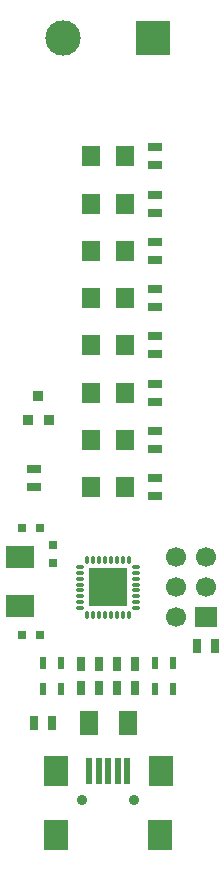
<source format=gts>
G04 (created by PCBNEW (2013-mar-13)-testing) date Tue 11 Jun 2013 07:31:46 PM NZST*
%MOIN*%
G04 Gerber Fmt 3.4, Leading zero omitted, Abs format*
%FSLAX34Y34*%
G01*
G70*
G90*
G04 APERTURE LIST*
%ADD10C,0.005906*%
%ADD11R,0.074800X0.066900*%
%ADD12C,0.066900*%
%ADD13R,0.031500X0.025000*%
%ADD14R,0.060000X0.080000*%
%ADD15R,0.025000X0.031500*%
%ADD16R,0.062900X0.070900*%
%ADD17O,0.013780X0.031496*%
%ADD18O,0.031496X0.013780*%
%ADD19R,0.125984X0.125984*%
%ADD20C,0.035400*%
%ADD21R,0.078700X0.098400*%
%ADD22R,0.019700X0.090600*%
%ADD23R,0.118100X0.118100*%
%ADD24C,0.118100*%
%ADD25R,0.025000X0.045000*%
%ADD26R,0.045000X0.025000*%
%ADD27R,0.023600X0.039400*%
%ADD28R,0.094488X0.074803*%
%ADD29R,0.036000X0.036000*%
G04 APERTURE END LIST*
G54D10*
G54D11*
X34751Y-40960D03*
G54D12*
X33751Y-40960D03*
X34751Y-39960D03*
X33751Y-39960D03*
X34751Y-38960D03*
X33751Y-38960D03*
G54D13*
X29645Y-39138D03*
X29645Y-38538D03*
G54D14*
X30846Y-44488D03*
X32146Y-44488D03*
G54D15*
X29237Y-41535D03*
X28637Y-41535D03*
X29237Y-37992D03*
X28637Y-37992D03*
G54D16*
X32055Y-25590D03*
X30937Y-25590D03*
X32055Y-27165D03*
X30937Y-27165D03*
X32055Y-28740D03*
X30937Y-28740D03*
X32055Y-30314D03*
X30937Y-30314D03*
X32055Y-31889D03*
X30937Y-31889D03*
X32055Y-33464D03*
X30937Y-33464D03*
X32055Y-35039D03*
X30937Y-35039D03*
X32055Y-36614D03*
X30937Y-36614D03*
G54D17*
X30807Y-39035D03*
G54D18*
X30570Y-39271D03*
X30570Y-39468D03*
X30570Y-39665D03*
X30570Y-39862D03*
X30570Y-40059D03*
X30570Y-40255D03*
X30570Y-40452D03*
X30570Y-40649D03*
G54D17*
X30807Y-40885D03*
X31003Y-40885D03*
X31200Y-40885D03*
X31397Y-40885D03*
X31594Y-40885D03*
X31791Y-40885D03*
X31988Y-40885D03*
X32185Y-40885D03*
G54D18*
X32421Y-40649D03*
X32421Y-40649D03*
X32421Y-40452D03*
X32421Y-40255D03*
X32421Y-40059D03*
X32421Y-39862D03*
X32421Y-39665D03*
X32421Y-39468D03*
X32421Y-39271D03*
G54D17*
X32185Y-39035D03*
X31988Y-39035D03*
X31791Y-39035D03*
X31594Y-39035D03*
X31397Y-39035D03*
X31200Y-39035D03*
X31003Y-39035D03*
X30807Y-39035D03*
G54D19*
X31496Y-39960D03*
G54D20*
X32362Y-47047D03*
X30630Y-47047D03*
G54D21*
X33228Y-48228D03*
X29744Y-48228D03*
X33248Y-46063D03*
X29744Y-46063D03*
G54D22*
X31496Y-46063D03*
X31181Y-46063D03*
X30866Y-46063D03*
X31811Y-46063D03*
X32126Y-46063D03*
G54D23*
X32992Y-21653D03*
G54D24*
X30000Y-21653D03*
G54D25*
X32386Y-43307D03*
X31786Y-43307D03*
X30605Y-43307D03*
X31205Y-43307D03*
X29630Y-44488D03*
X29030Y-44488D03*
X31786Y-42519D03*
X32386Y-42519D03*
X31205Y-42519D03*
X30605Y-42519D03*
X34444Y-41909D03*
X35044Y-41909D03*
G54D26*
X29015Y-35999D03*
X29015Y-36599D03*
X33070Y-25290D03*
X33070Y-25890D03*
X33070Y-26865D03*
X33070Y-27465D03*
X33070Y-28440D03*
X33070Y-29040D03*
X33070Y-30014D03*
X33070Y-30614D03*
X33070Y-31589D03*
X33070Y-32189D03*
X33070Y-33164D03*
X33070Y-33764D03*
X33070Y-34739D03*
X33070Y-35339D03*
X33070Y-36314D03*
X33070Y-36914D03*
G54D27*
X33070Y-42480D03*
X33070Y-43346D03*
X29921Y-42480D03*
X29921Y-43346D03*
X29330Y-42480D03*
X29330Y-43346D03*
X33661Y-42480D03*
X33661Y-43346D03*
G54D28*
X28543Y-40570D03*
X28543Y-38956D03*
G54D29*
X29523Y-34376D03*
X28823Y-34376D03*
X29173Y-33576D03*
M02*

</source>
